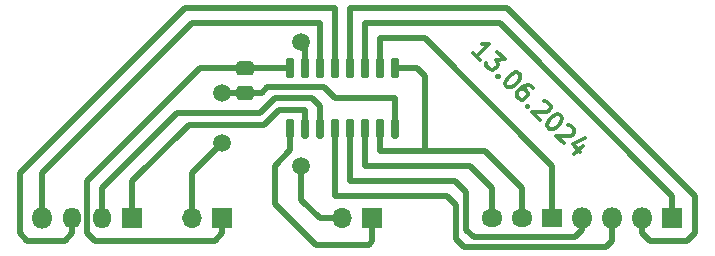
<source format=gbr>
%TF.GenerationSoftware,KiCad,Pcbnew,(5.1.8)-1*%
%TF.CreationDate,2024-08-16T23:19:40+03:00*%
%TF.ProjectId,MUX1,4d555831-2e6b-4696-9361-645f70636258,rev?*%
%TF.SameCoordinates,Original*%
%TF.FileFunction,Copper,L1,Top*%
%TF.FilePolarity,Positive*%
%FSLAX46Y46*%
G04 Gerber Fmt 4.6, Leading zero omitted, Abs format (unit mm)*
G04 Created by KiCad (PCBNEW (5.1.8)-1) date 2024-08-16 23:19:40*
%MOMM*%
%LPD*%
G01*
G04 APERTURE LIST*
%TA.AperFunction,NonConductor*%
%ADD10C,0.300000*%
%TD*%
%TA.AperFunction,ComponentPad*%
%ADD11O,1.700000X1.700000*%
%TD*%
%TA.AperFunction,ComponentPad*%
%ADD12R,1.700000X1.700000*%
%TD*%
%TA.AperFunction,ComponentPad*%
%ADD13R,1.800000X1.800000*%
%TD*%
%TA.AperFunction,ComponentPad*%
%ADD14O,1.500000X1.800000*%
%TD*%
%TA.AperFunction,ComponentPad*%
%ADD15O,1.800000X1.800000*%
%TD*%
%TA.AperFunction,ComponentPad*%
%ADD16R,1.800000X1.500000*%
%TD*%
%TA.AperFunction,ComponentPad*%
%ADD17O,1.800000X1.500000*%
%TD*%
%TA.AperFunction,ViaPad*%
%ADD18C,1.500000*%
%TD*%
%TA.AperFunction,Conductor*%
%ADD19C,0.500000*%
%TD*%
G04 APERTURE END LIST*
D10*
X120877613Y-50082258D02*
X120271521Y-49476166D01*
X120574567Y-49779212D02*
X121635227Y-48718552D01*
X121382689Y-48769059D01*
X121180658Y-48769059D01*
X121029136Y-48718552D01*
X122291826Y-49375151D02*
X122948425Y-50031750D01*
X122190811Y-50082258D01*
X122342334Y-50233780D01*
X122392841Y-50385303D01*
X122392841Y-50486319D01*
X122342334Y-50637841D01*
X122089796Y-50890380D01*
X121938273Y-50940887D01*
X121837258Y-50940887D01*
X121685735Y-50890380D01*
X121382689Y-50587334D01*
X121332181Y-50435811D01*
X121332181Y-50334796D01*
X122443349Y-51445963D02*
X122443349Y-51546979D01*
X122342334Y-51546979D01*
X122342334Y-51445963D01*
X122443349Y-51445963D01*
X122342334Y-51546979D01*
X124110101Y-51193425D02*
X124211116Y-51294441D01*
X124261624Y-51445963D01*
X124261624Y-51546979D01*
X124211116Y-51698502D01*
X124059593Y-51951040D01*
X123807055Y-52203578D01*
X123554517Y-52355101D01*
X123402994Y-52405608D01*
X123301979Y-52405608D01*
X123150456Y-52355101D01*
X123049441Y-52254086D01*
X122998933Y-52102563D01*
X122998933Y-52001547D01*
X123049441Y-51850024D01*
X123200963Y-51597486D01*
X123453502Y-51344948D01*
X123706040Y-51193425D01*
X123857563Y-51142918D01*
X123958578Y-51142918D01*
X124110101Y-51193425D01*
X125372791Y-52456116D02*
X125170761Y-52254086D01*
X125019238Y-52203578D01*
X124918223Y-52203578D01*
X124665685Y-52254086D01*
X124413147Y-52405608D01*
X124009086Y-52809669D01*
X123958578Y-52961192D01*
X123958578Y-53062208D01*
X124009086Y-53213730D01*
X124211116Y-53415761D01*
X124362639Y-53466269D01*
X124463654Y-53466269D01*
X124615177Y-53415761D01*
X124867715Y-53163223D01*
X124918223Y-53011700D01*
X124918223Y-52910685D01*
X124867715Y-52759162D01*
X124665685Y-52557131D01*
X124514162Y-52506624D01*
X124413147Y-52506624D01*
X124261624Y-52557131D01*
X124968730Y-53971345D02*
X124968730Y-54072360D01*
X124867715Y-54072360D01*
X124867715Y-53971345D01*
X124968730Y-53971345D01*
X124867715Y-54072360D01*
X126281929Y-53567284D02*
X126382944Y-53567284D01*
X126534467Y-53617791D01*
X126787005Y-53870330D01*
X126837513Y-54021852D01*
X126837513Y-54122868D01*
X126787005Y-54274391D01*
X126685990Y-54375406D01*
X126483959Y-54476421D01*
X125271776Y-54476421D01*
X125928375Y-55133020D01*
X127645635Y-54728959D02*
X127746650Y-54829975D01*
X127797158Y-54981497D01*
X127797158Y-55082513D01*
X127746650Y-55234036D01*
X127595127Y-55486574D01*
X127342589Y-55739112D01*
X127090051Y-55890635D01*
X126938528Y-55941142D01*
X126837513Y-55941142D01*
X126685990Y-55890635D01*
X126584975Y-55789619D01*
X126534467Y-55638097D01*
X126534467Y-55537081D01*
X126584975Y-55385558D01*
X126736497Y-55133020D01*
X126989036Y-54880482D01*
X127241574Y-54728959D01*
X127393097Y-54678452D01*
X127494112Y-54678452D01*
X127645635Y-54728959D01*
X128302234Y-55587589D02*
X128403249Y-55587589D01*
X128554772Y-55638097D01*
X128807310Y-55890635D01*
X128857818Y-56042158D01*
X128857818Y-56143173D01*
X128807310Y-56294696D01*
X128706295Y-56395711D01*
X128504264Y-56496726D01*
X127292081Y-56496726D01*
X127948680Y-57153325D01*
X129564925Y-57355356D02*
X128857818Y-58062463D01*
X129716447Y-56698757D02*
X128706295Y-57203833D01*
X129362894Y-57860432D01*
D11*
%TO.P,J5,2*%
%TO.N,/O0*%
X109220000Y-63500000D03*
D12*
%TO.P,J5,1*%
%TO.N,/O1*%
X111760000Y-63500000D03*
%TD*%
%TO.P,C1,1*%
%TO.N,VCC*%
%TA.AperFunction,SMDPad,CuDef*%
G36*
G01*
X101440000Y-53462500D02*
X100490000Y-53462500D01*
G75*
G02*
X100240000Y-53212500I0J250000D01*
G01*
X100240000Y-52537500D01*
G75*
G02*
X100490000Y-52287500I250000J0D01*
G01*
X101440000Y-52287500D01*
G75*
G02*
X101690000Y-52537500I0J-250000D01*
G01*
X101690000Y-53212500D01*
G75*
G02*
X101440000Y-53462500I-250000J0D01*
G01*
G37*
%TD.AperFunction*%
%TO.P,C1,2*%
%TO.N,GND*%
%TA.AperFunction,SMDPad,CuDef*%
G36*
G01*
X101440000Y-51387500D02*
X100490000Y-51387500D01*
G75*
G02*
X100240000Y-51137500I0J250000D01*
G01*
X100240000Y-50462500D01*
G75*
G02*
X100490000Y-50212500I250000J0D01*
G01*
X101440000Y-50212500D01*
G75*
G02*
X101690000Y-50462500I0J-250000D01*
G01*
X101690000Y-51137500D01*
G75*
G02*
X101440000Y-51387500I-250000J0D01*
G01*
G37*
%TD.AperFunction*%
%TD*%
D13*
%TO.P,J1,1*%
%TO.N,/A1*%
X91440000Y-63500000D03*
D14*
%TO.P,J1,2*%
%TO.N,/B1*%
X88900000Y-63500000D03*
%TO.P,J1,3*%
%TO.N,/B0*%
X86360000Y-63500000D03*
D15*
%TO.P,J1,4*%
%TO.N,/A0*%
X83820000Y-63500000D03*
%TD*%
%TO.P,J2,4*%
%TO.N,/D1*%
X129540000Y-63500000D03*
%TO.P,J2,3*%
%TO.N,/C1*%
X132080000Y-63500000D03*
%TO.P,J2,2*%
%TO.N,/C0*%
X134620000Y-63500000D03*
D13*
%TO.P,J2,1*%
%TO.N,/D0*%
X137160000Y-63500000D03*
%TD*%
D16*
%TO.P,J3,1*%
%TO.N,/S1*%
X127000000Y-63500000D03*
D17*
%TO.P,J3,2*%
%TO.N,/~E*%
X124460000Y-63500000D03*
%TO.P,J3,3*%
%TO.N,/S0*%
X121920000Y-63500000D03*
%TD*%
D12*
%TO.P,J4,1*%
%TO.N,GND*%
X99060000Y-63500000D03*
D11*
%TO.P,J4,2*%
%TO.N,VCC*%
X96520000Y-63500000D03*
%TD*%
%TO.P,U1,1*%
%TO.N,/~E*%
%TA.AperFunction,SMDPad,CuDef*%
G36*
G01*
X113515000Y-49890000D02*
X113815000Y-49890000D01*
G75*
G02*
X113965000Y-50040000I0J-150000D01*
G01*
X113965000Y-51490000D01*
G75*
G02*
X113815000Y-51640000I-150000J0D01*
G01*
X113515000Y-51640000D01*
G75*
G02*
X113365000Y-51490000I0J150000D01*
G01*
X113365000Y-50040000D01*
G75*
G02*
X113515000Y-49890000I150000J0D01*
G01*
G37*
%TD.AperFunction*%
%TO.P,U1,2*%
%TO.N,/S1*%
%TA.AperFunction,SMDPad,CuDef*%
G36*
G01*
X112245000Y-49890000D02*
X112545000Y-49890000D01*
G75*
G02*
X112695000Y-50040000I0J-150000D01*
G01*
X112695000Y-51490000D01*
G75*
G02*
X112545000Y-51640000I-150000J0D01*
G01*
X112245000Y-51640000D01*
G75*
G02*
X112095000Y-51490000I0J150000D01*
G01*
X112095000Y-50040000D01*
G75*
G02*
X112245000Y-49890000I150000J0D01*
G01*
G37*
%TD.AperFunction*%
%TO.P,U1,3*%
%TO.N,/D0*%
%TA.AperFunction,SMDPad,CuDef*%
G36*
G01*
X110975000Y-49890000D02*
X111275000Y-49890000D01*
G75*
G02*
X111425000Y-50040000I0J-150000D01*
G01*
X111425000Y-51490000D01*
G75*
G02*
X111275000Y-51640000I-150000J0D01*
G01*
X110975000Y-51640000D01*
G75*
G02*
X110825000Y-51490000I0J150000D01*
G01*
X110825000Y-50040000D01*
G75*
G02*
X110975000Y-49890000I150000J0D01*
G01*
G37*
%TD.AperFunction*%
%TO.P,U1,4*%
%TO.N,/C0*%
%TA.AperFunction,SMDPad,CuDef*%
G36*
G01*
X109705000Y-49890000D02*
X110005000Y-49890000D01*
G75*
G02*
X110155000Y-50040000I0J-150000D01*
G01*
X110155000Y-51490000D01*
G75*
G02*
X110005000Y-51640000I-150000J0D01*
G01*
X109705000Y-51640000D01*
G75*
G02*
X109555000Y-51490000I0J150000D01*
G01*
X109555000Y-50040000D01*
G75*
G02*
X109705000Y-49890000I150000J0D01*
G01*
G37*
%TD.AperFunction*%
%TO.P,U1,5*%
%TO.N,/B0*%
%TA.AperFunction,SMDPad,CuDef*%
G36*
G01*
X108435000Y-49890000D02*
X108735000Y-49890000D01*
G75*
G02*
X108885000Y-50040000I0J-150000D01*
G01*
X108885000Y-51490000D01*
G75*
G02*
X108735000Y-51640000I-150000J0D01*
G01*
X108435000Y-51640000D01*
G75*
G02*
X108285000Y-51490000I0J150000D01*
G01*
X108285000Y-50040000D01*
G75*
G02*
X108435000Y-49890000I150000J0D01*
G01*
G37*
%TD.AperFunction*%
%TO.P,U1,6*%
%TO.N,/A0*%
%TA.AperFunction,SMDPad,CuDef*%
G36*
G01*
X107165000Y-49890000D02*
X107465000Y-49890000D01*
G75*
G02*
X107615000Y-50040000I0J-150000D01*
G01*
X107615000Y-51490000D01*
G75*
G02*
X107465000Y-51640000I-150000J0D01*
G01*
X107165000Y-51640000D01*
G75*
G02*
X107015000Y-51490000I0J150000D01*
G01*
X107015000Y-50040000D01*
G75*
G02*
X107165000Y-49890000I150000J0D01*
G01*
G37*
%TD.AperFunction*%
%TO.P,U1,7*%
%TO.N,/O0*%
%TA.AperFunction,SMDPad,CuDef*%
G36*
G01*
X105895000Y-49890000D02*
X106195000Y-49890000D01*
G75*
G02*
X106345000Y-50040000I0J-150000D01*
G01*
X106345000Y-51490000D01*
G75*
G02*
X106195000Y-51640000I-150000J0D01*
G01*
X105895000Y-51640000D01*
G75*
G02*
X105745000Y-51490000I0J150000D01*
G01*
X105745000Y-50040000D01*
G75*
G02*
X105895000Y-49890000I150000J0D01*
G01*
G37*
%TD.AperFunction*%
%TO.P,U1,8*%
%TO.N,GND*%
%TA.AperFunction,SMDPad,CuDef*%
G36*
G01*
X104625000Y-49890000D02*
X104925000Y-49890000D01*
G75*
G02*
X105075000Y-50040000I0J-150000D01*
G01*
X105075000Y-51490000D01*
G75*
G02*
X104925000Y-51640000I-150000J0D01*
G01*
X104625000Y-51640000D01*
G75*
G02*
X104475000Y-51490000I0J150000D01*
G01*
X104475000Y-50040000D01*
G75*
G02*
X104625000Y-49890000I150000J0D01*
G01*
G37*
%TD.AperFunction*%
%TO.P,U1,9*%
%TO.N,/O1*%
%TA.AperFunction,SMDPad,CuDef*%
G36*
G01*
X104625000Y-55040000D02*
X104925000Y-55040000D01*
G75*
G02*
X105075000Y-55190000I0J-150000D01*
G01*
X105075000Y-56640000D01*
G75*
G02*
X104925000Y-56790000I-150000J0D01*
G01*
X104625000Y-56790000D01*
G75*
G02*
X104475000Y-56640000I0J150000D01*
G01*
X104475000Y-55190000D01*
G75*
G02*
X104625000Y-55040000I150000J0D01*
G01*
G37*
%TD.AperFunction*%
%TO.P,U1,10*%
%TO.N,/A1*%
%TA.AperFunction,SMDPad,CuDef*%
G36*
G01*
X105895000Y-55040000D02*
X106195000Y-55040000D01*
G75*
G02*
X106345000Y-55190000I0J-150000D01*
G01*
X106345000Y-56640000D01*
G75*
G02*
X106195000Y-56790000I-150000J0D01*
G01*
X105895000Y-56790000D01*
G75*
G02*
X105745000Y-56640000I0J150000D01*
G01*
X105745000Y-55190000D01*
G75*
G02*
X105895000Y-55040000I150000J0D01*
G01*
G37*
%TD.AperFunction*%
%TO.P,U1,11*%
%TO.N,/B1*%
%TA.AperFunction,SMDPad,CuDef*%
G36*
G01*
X107165000Y-55040000D02*
X107465000Y-55040000D01*
G75*
G02*
X107615000Y-55190000I0J-150000D01*
G01*
X107615000Y-56640000D01*
G75*
G02*
X107465000Y-56790000I-150000J0D01*
G01*
X107165000Y-56790000D01*
G75*
G02*
X107015000Y-56640000I0J150000D01*
G01*
X107015000Y-55190000D01*
G75*
G02*
X107165000Y-55040000I150000J0D01*
G01*
G37*
%TD.AperFunction*%
%TO.P,U1,12*%
%TO.N,/C1*%
%TA.AperFunction,SMDPad,CuDef*%
G36*
G01*
X108435000Y-55040000D02*
X108735000Y-55040000D01*
G75*
G02*
X108885000Y-55190000I0J-150000D01*
G01*
X108885000Y-56640000D01*
G75*
G02*
X108735000Y-56790000I-150000J0D01*
G01*
X108435000Y-56790000D01*
G75*
G02*
X108285000Y-56640000I0J150000D01*
G01*
X108285000Y-55190000D01*
G75*
G02*
X108435000Y-55040000I150000J0D01*
G01*
G37*
%TD.AperFunction*%
%TO.P,U1,13*%
%TO.N,/D1*%
%TA.AperFunction,SMDPad,CuDef*%
G36*
G01*
X109705000Y-55040000D02*
X110005000Y-55040000D01*
G75*
G02*
X110155000Y-55190000I0J-150000D01*
G01*
X110155000Y-56640000D01*
G75*
G02*
X110005000Y-56790000I-150000J0D01*
G01*
X109705000Y-56790000D01*
G75*
G02*
X109555000Y-56640000I0J150000D01*
G01*
X109555000Y-55190000D01*
G75*
G02*
X109705000Y-55040000I150000J0D01*
G01*
G37*
%TD.AperFunction*%
%TO.P,U1,14*%
%TO.N,/S0*%
%TA.AperFunction,SMDPad,CuDef*%
G36*
G01*
X110975000Y-55040000D02*
X111275000Y-55040000D01*
G75*
G02*
X111425000Y-55190000I0J-150000D01*
G01*
X111425000Y-56640000D01*
G75*
G02*
X111275000Y-56790000I-150000J0D01*
G01*
X110975000Y-56790000D01*
G75*
G02*
X110825000Y-56640000I0J150000D01*
G01*
X110825000Y-55190000D01*
G75*
G02*
X110975000Y-55040000I150000J0D01*
G01*
G37*
%TD.AperFunction*%
%TO.P,U1,15*%
%TO.N,/~E*%
%TA.AperFunction,SMDPad,CuDef*%
G36*
G01*
X112245000Y-55040000D02*
X112545000Y-55040000D01*
G75*
G02*
X112695000Y-55190000I0J-150000D01*
G01*
X112695000Y-56640000D01*
G75*
G02*
X112545000Y-56790000I-150000J0D01*
G01*
X112245000Y-56790000D01*
G75*
G02*
X112095000Y-56640000I0J150000D01*
G01*
X112095000Y-55190000D01*
G75*
G02*
X112245000Y-55040000I150000J0D01*
G01*
G37*
%TD.AperFunction*%
%TO.P,U1,16*%
%TO.N,VCC*%
%TA.AperFunction,SMDPad,CuDef*%
G36*
G01*
X113515000Y-55040000D02*
X113815000Y-55040000D01*
G75*
G02*
X113965000Y-55190000I0J-150000D01*
G01*
X113965000Y-56640000D01*
G75*
G02*
X113815000Y-56790000I-150000J0D01*
G01*
X113515000Y-56790000D01*
G75*
G02*
X113365000Y-56640000I0J150000D01*
G01*
X113365000Y-55190000D01*
G75*
G02*
X113515000Y-55040000I150000J0D01*
G01*
G37*
%TD.AperFunction*%
%TD*%
D18*
%TO.N,VCC*%
X99060000Y-57150000D03*
X99060000Y-52875000D03*
%TO.N,/O0*%
X105727500Y-59055000D03*
X105727500Y-48577500D03*
%TD*%
D19*
%TO.N,VCC*%
X108585000Y-53340000D02*
X113665000Y-53340000D01*
X107632500Y-52387500D02*
X108585000Y-53340000D01*
X102870000Y-52387500D02*
X107632500Y-52387500D01*
X113665000Y-53340000D02*
X113665000Y-55915000D01*
X96520000Y-59690000D02*
X99060000Y-57150000D01*
X99060000Y-52875000D02*
X100965000Y-52875000D01*
X96520000Y-59690000D02*
X96520000Y-63500000D01*
X102382500Y-52875000D02*
X102870000Y-52387500D01*
X100965000Y-52875000D02*
X102382500Y-52875000D01*
%TO.N,GND*%
X87630000Y-64770000D02*
X87630000Y-60325000D01*
X88265000Y-65405000D02*
X87630000Y-64770000D01*
X98425000Y-65405000D02*
X88265000Y-65405000D01*
X99060000Y-64770000D02*
X98425000Y-65405000D01*
X98425000Y-50800000D02*
X100965000Y-50800000D01*
X99060000Y-63500000D02*
X99060000Y-64770000D01*
X98425000Y-50800000D02*
X97155000Y-50800000D01*
X87630000Y-60325000D02*
X97155000Y-50800000D01*
X101000000Y-50765000D02*
X100965000Y-50800000D01*
X104775000Y-50765000D02*
X101000000Y-50765000D01*
%TO.N,/A1*%
X106045000Y-54292500D02*
X106045000Y-55915000D01*
X102552500Y-55562500D02*
X103822500Y-54292500D01*
X103822500Y-54292500D02*
X106045000Y-54292500D01*
X96202500Y-55562500D02*
X102552500Y-55562500D01*
X91440000Y-60325000D02*
X96202500Y-55562500D01*
X91440000Y-63500000D02*
X91440000Y-60325000D01*
%TO.N,/B1*%
X107315000Y-53975000D02*
X107315000Y-55915000D01*
X106680000Y-53340000D02*
X107315000Y-53975000D01*
X102235000Y-54610000D02*
X103505000Y-53340000D01*
X103505000Y-53340000D02*
X106680000Y-53340000D01*
X95250000Y-54610000D02*
X102235000Y-54610000D01*
X88900000Y-60960000D02*
X95250000Y-54610000D01*
X88900000Y-63500000D02*
X88900000Y-60960000D01*
%TO.N,/B0*%
X81915000Y-59690000D02*
X95885000Y-45720000D01*
X86360000Y-64770000D02*
X85725000Y-65405000D01*
X86360000Y-63500000D02*
X86360000Y-64770000D01*
X85725000Y-65405000D02*
X82550000Y-65405000D01*
X81915000Y-64770000D02*
X82550000Y-65405000D01*
X108585000Y-50765000D02*
X108585000Y-45720000D01*
X108585000Y-45720000D02*
X95885000Y-45720000D01*
X81915000Y-59690000D02*
X81915000Y-64770000D01*
%TO.N,/A0*%
X96520000Y-46990000D02*
X83820000Y-59690000D01*
X107315000Y-46990000D02*
X96520000Y-46990000D01*
X83820000Y-59690000D02*
X83820000Y-63500000D01*
X107315000Y-50765000D02*
X107315000Y-46990000D01*
%TO.N,/D1*%
X109855000Y-60325000D02*
X109855000Y-55915000D01*
X118745000Y-60325000D02*
X109855000Y-60325000D01*
X119697500Y-61277500D02*
X118745000Y-60325000D01*
X129540000Y-64452500D02*
X128905000Y-65087500D01*
X129540000Y-63500000D02*
X129540000Y-64452500D01*
X119697500Y-64452500D02*
X120332500Y-65087500D01*
X128905000Y-65087500D02*
X120332500Y-65087500D01*
X119697500Y-64452500D02*
X119697500Y-61277500D01*
%TO.N,/C1*%
X132080000Y-65405000D02*
X132080000Y-63500000D01*
X119507000Y-65913000D02*
X131572000Y-65913000D01*
X131572000Y-65913000D02*
X132080000Y-65405000D01*
X118872000Y-65278000D02*
X119507000Y-65913000D01*
X118872000Y-62357000D02*
X118872000Y-65278000D01*
X118110000Y-61595000D02*
X118872000Y-62357000D01*
X108585000Y-61595000D02*
X118110000Y-61595000D01*
X108585000Y-55915000D02*
X108585000Y-61595000D01*
%TO.N,/C0*%
X139065000Y-61595000D02*
X123190000Y-45720000D01*
X139065000Y-64770000D02*
X139065000Y-61595000D01*
X138430000Y-65405000D02*
X139065000Y-64770000D01*
X135255000Y-65405000D02*
X138430000Y-65405000D01*
X134620000Y-64770000D02*
X135255000Y-65405000D01*
X134620000Y-63500000D02*
X134620000Y-64770000D01*
X109855000Y-45720000D02*
X109855000Y-50765000D01*
X123190000Y-45720000D02*
X109855000Y-45720000D01*
%TO.N,/D0*%
X122555000Y-46990000D02*
X137160000Y-61595000D01*
X137160000Y-63500000D02*
X137160000Y-61595000D01*
X111125000Y-46990000D02*
X111125000Y-50765000D01*
X122555000Y-46990000D02*
X111125000Y-46990000D01*
%TO.N,/~E*%
X113665000Y-50765000D02*
X115535000Y-50765000D01*
X115535000Y-50765000D02*
X116205000Y-51435000D01*
X116205000Y-51435000D02*
X116205000Y-57785000D01*
X124460000Y-60960000D02*
X124460000Y-63500000D01*
X121285000Y-57785000D02*
X124460000Y-60960000D01*
X112395000Y-57785000D02*
X121285000Y-57785000D01*
X112395000Y-55915000D02*
X112395000Y-57785000D01*
%TO.N,/S0*%
X120015000Y-59055000D02*
X121920000Y-60960000D01*
X121920000Y-60960000D02*
X121920000Y-63500000D01*
X111125000Y-59055000D02*
X120015000Y-59055000D01*
X111125000Y-55915000D02*
X111125000Y-59055000D01*
%TO.N,/S1*%
X112395000Y-48260000D02*
X112395000Y-50765000D01*
X116205000Y-48260000D02*
X112395000Y-48260000D01*
X127000000Y-59055000D02*
X116205000Y-48260000D01*
X127000000Y-63500000D02*
X127000000Y-59055000D01*
%TO.N,/O0*%
X106045000Y-48895000D02*
X105727500Y-48577500D01*
X106045000Y-50765000D02*
X106045000Y-48895000D01*
X107315000Y-63500000D02*
X109220000Y-63500000D01*
X105727500Y-61912500D02*
X107315000Y-63500000D01*
X105727500Y-61912500D02*
X105727500Y-59055000D01*
%TO.N,/O1*%
X111760000Y-65405000D02*
X111760000Y-63500000D01*
X103540000Y-62265000D02*
X106997500Y-65722500D01*
X111442500Y-65722500D02*
X111760000Y-65405000D01*
X103470000Y-62265000D02*
X103540000Y-62265000D01*
X106997500Y-65722500D02*
X111442500Y-65722500D01*
X103470000Y-59020000D02*
X103470000Y-62265000D01*
X104775000Y-57715000D02*
X103470000Y-59020000D01*
X104775000Y-55915000D02*
X104775000Y-57715000D01*
%TD*%
M02*

</source>
